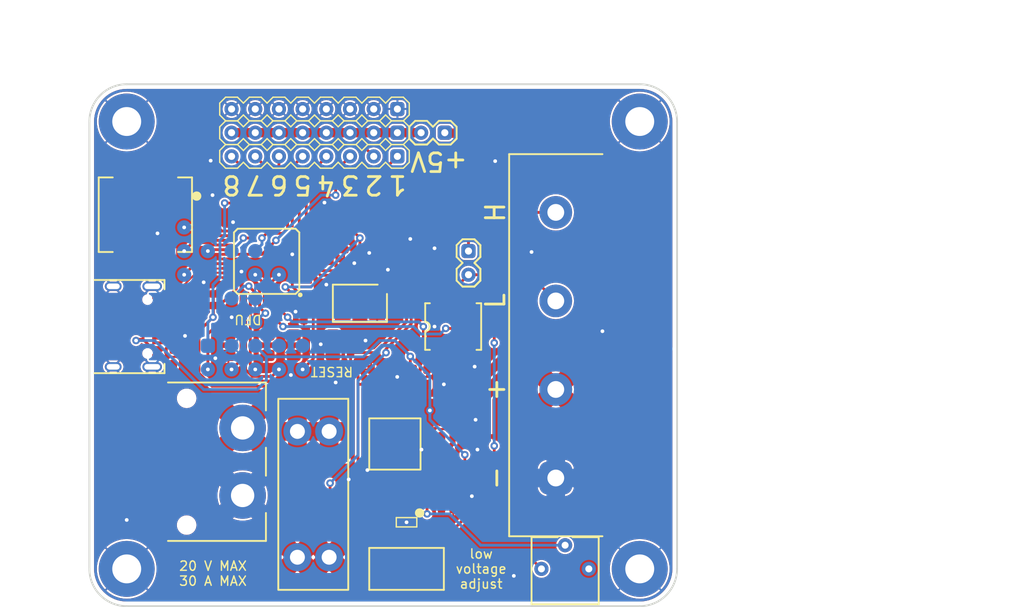
<source format=kicad_pcb>
(kicad_pcb (version 20221018) (generator pcbnew)
  (layers (0 "F.Cu" signal) (31 "B.Cu" signal) (34 "B.Paste" user) (35 "F.Paste" user) (36 "B.SilkS" user "B.Silkscreen") (37 "F.SilkS" user "F.Silkscreen") (38 "B.Mask" user) (39 "F.Mask" user) (44 "Edge.Cuts" user))
  (net 0 "")
  (net 1 "GND")
  (net 2 "3V3")
  (net 3 "/MCU/V_bat")
  (net 4 "Net-(IC4-FB)")
  (net 5 "/Battery")
  (net 6 "Net-(IC2-VDDA)")
  (net 7 "Net-(IC2-OSC_OUT)")
  (net 8 "Net-(IC2-OSC_IN)")
  (net 9 "/MCU/NRST")
  (net 10 "Net-(IC4-BST)")
  (net 11 "Net-(IC4-SW)")
  (net 12 "/MCU/I_bat")
  (net 13 "Net-(IC4-EN)")
  (net 14 "/MCU/TX")
  (net 15 "/MCU/RX")
  (net 16 "Net-(D1-A)")
  (net 17 "/power supply/+")
  (net 18 "/MCU/status")
  (net 19 "Net-(IC3-REF)")
  (net 20 "Net-(IC3-OUT)")
  (net 21 "Net-(CN8-CC2)")
  (net 22 "Net-(CN8-CC1)")
  (net 23 "Net-(CN10-Pad1)")
  (net 24 "/CAN_H")
  (net 25 "Net-(IC5-RS)")
  (net 26 "/MCU/DFU")
  (net 29 "/MCU/CH3")
  (net 30 "/MCU/CH4")
  (net 31 "Net-(IC2-PA4)")
  (net 32 "/MCU/CH5")
  (net 33 "/MCU/CH6")
  (net 34 "/MCU/CH7")
  (net 35 "/MCU/CH8")
  (net 36 "Net-(IC2-PB2)")
  (net 37 "Net-(IC2-PB13)")
  (net 38 "Net-(IC2-PB14)")
  (net 39 "Net-(IC2-PB15)")
  (net 40 "/MCU/CH1")
  (net 41 "/MCU/CH2")
  (net 42 "Net-(IC2-PA10)")
  (net 43 "/MCU/USB_N")
  (net 44 "/MCU/USB_P")
  (net 45 "/MCU/TMS")
  (net 46 "/MCU/TCK")
  (net 47 "/MCU/TDI")
  (net 48 "/MCU/TDO")
  (net 49 "Net-(IC2-PB4)")
  (net 50 "Net-(IC2-PB5)")
  (net 51 "/CAN/CAN_RX")
  (net 52 "/CAN/CAN_TX")
  (net 53 "/Servo VCC")
  (net 55 "/CAN_L")
  (net 56 "5V")
  (net 59 "/MCU/ADDR1")
  (net 60 "/MCU/ADDR2")
  (net 61 "/MCU/ADDR3")
  (net 63 "Net-(CN6-Pad1)")
  (net 67 "Net-(R10-Pad1)")
  (footprint "pin_headers:1x2" (layer "F.Cu") (at 139.64 94.44)
    (fp_text reference "CN10")
    (fp_text value "1x2" hide)
  )
  (footprint "pin_headers:1x8" (layer "F.Cu") (at 124.4 81.74 -90)
    (fp_text reference "CN2" hide)
    (fp_text value "1x8" hide)
  )
  (footprint "SMT:0603" (layer "F.Cu") (at 131 91.5 180)
    (fp_text reference "R1" hide)
    (fp_text value "33k" hide)
  )
  (footprint "SMT:0603" (layer "F.Cu") (at 125.5 89.25)
    (fp_text reference "R16" hide)
    (fp_text value "10R" hide)
  )
  (footprint "SMT:0603" (layer "F.Cu") (at 133.75 116 180)
    (fp_text reference "C21" hide)
    (fp_text value "100n" hide)
  )
  (footprint "SMT:0603" (layer "F.Cu") (at 133 118.5 180)
    (fp_text reference "C8" hide)
    (fp_text value "100n" hide)
  )
  (footprint "SMT:0603" (layer "F.Cu") (at 108 103.25 -90)
    (fp_text reference "R12" hide)
    (fp_text value "5k1" hide)
  )
  (footprint "SMT:0603" (layer "F.Cu") (at 111.5 97.75 180)
    (fp_text reference "C13" hide)
    (fp_text value "4u7" hide)
  )
  (footprint "pin_headers:1x2" (layer "F.Cu") (at 134.56 79.2 -90)
    (fp_text reference "CN7")
    (fp_text value "1x2" hide)
  )
  (footprint "SMT:0603" (layer "F.Cu") (at 131.75 97.5 -90)
    (fp_text reference "C16" hide)
    (fp_text value "22p" hide)
  )
  (footprint "buttons:sw_3x4" (layer "F.Cu") (at 116 102 180)
    (fp_text reference "SW1" hide)
    (fp_text value "switch_3x4" hide)
  )
  (footprint "pin_headers:1x8" (layer "F.Cu") (at 124.4 79.2 -90)
    (fp_text reference "CN3" hide)
    (fp_text value "1x8" hide)
  )
  (footprint "SOT:SOT-23-6" (layer "F.Cu") (at 136.75 115 -90)
    (fp_text reference "IC4" hide)
    (fp_text value "AP62300TWU-7" hide)
  )
  (footprint "PCB:M3" (layer "F.Cu") (at 158 126)
    (fp_text reference "REF**" hide)
    (fp_text value "M3" hide)
  )
  (footprint "SMT:0603" (layer "F.Cu") (at 111.5 96.5 180)
    (fp_text reference "C10" hide)
    (fp_text value "100n" hide)
  )
  (footprint "inductor:5x5" (layer "F.Cu") (at 131.75 112.6 90)
    (fp_text reference "L1" hide)
    (fp_text value "3u3")
  )
  (footprint "SMT:0603" (layer "F.Cu") (at 124.25 97.5 90)
    (fp_text reference "C17" hide)
    (fp_text value "22p" hide)
  )
  (footprint "pin_headers:1x8" (layer "F.Cu") (at 124.4 76.66 -90)
    (fp_text reference "CN4" hide)
    (fp_text value "1x8" hide)
  )
  (footprint "SMT:0603" (layer "F.Cu") (at 140.5 115.75 90)
    (fp_text reference "R8" hide)
    (fp_text value "10k" hide)
  )
  (footprint "SMT:0603" (layer "F.Cu") (at 127 102 -90)
    (fp_text reference "R3" hide)
    (fp_text value "10k" hide)
  )
  (footprint "SMT:0603" (layer "F.Cu") (at 131 93)
    (fp_text reference "R2" hide)
    (fp_text value "167k" hide)
  )
  (footprint "SMT:0603" (layer "F.Cu") (at 136.75 111 -90)
    (fp_text reference "C4" hide)
    (fp_text value "22u" hide)
  )
  (footprint "SMT:0603" (layer "F.Cu") (at 129.2 105.4 90)
    (fp_text reference "C2" hide)
    (fp_text value "1u" hide)
  )
  (footprint "USB:USB4105-GF-A" (layer "F.Cu") (at 101.55 100 -90)
    (fp_text reference "CN8" hide)
    (fp_text value "~" hide)
  )
  (footprint "SMT:0603" (layer "F.Cu") (at 131 88.5)
    (fp_text reference "C22" hide)
    (fp_text value "100n" hide)
  )
  (footprint "SMT:0603" (layer "F.Cu") (at 110 80)
    (fp_text reference "R4" hide)
    (fp_text value "1k" hide)
  )
  (footprint "SMT:0603" (layer "F.Cu") (at 130 119.75 180)
    (fp_text reference "C25" hide)
    (fp_text value "100n" hide)
  )
  (footprint "SMT:0603" (layer "F.Cu") (at 139.64 88.56 90)
    (fp_text reference "R14" hide)
    (fp_text value "120R" hide)
  )
  (footprint "xtal:5x3.2" (layer "F.Cu") (at 128 97.5)
    (fp_text reference "X1" hide)
    (fp_text value "H130B-8.000-18-3030-EXT-TR" hide)
  )
  (footprint "PCB:M3" (layer "F.Cu") (at 103 78)
    (fp_text reference "REF**" hide)
    (fp_text value "M3" hide)
  )
  (footprint "SMT:0603" (layer "F.Cu") (at 108 96.75 90)
    (fp_text reference "R13" hide)
    (fp_text value "5k1" hide)
  )
  (footprint "SMT:0603" (layer "F.Cu") (at 110 78.5)
    (fp_text reference "D1" hide)
    (fp_text value "LED" hide)
  )
  (footprint "SOT:SOT-23-5" (layer "F.Cu") (at 132.2 105.4 180)
    (fp_text reference "IC1" hide)
    (fp_text value "AP2112K-3.3TRG1" hide)
  )
  (footprint "potentiometers:3362P" (layer "F.Cu") (at 150 126)
    (fp_text reference "R10" hide)
    (fp_text value "100k" hide)
  )
  (footprint "buttons:sw_3x4" (layer "F.Cu") (at 123 102 180)
    (fp_text reference "SW2" hide)
    (fp_text value "switch_3x4" hide)
  )
  (footprint "sc70:SC70-6L" (layer "F.Cu") (at 133 121 180)
    (fp_text reference "IC3" hide)
    (fp_text value "INA199B2" hide)
  )
  (footprint "PCB:M3" (layer "F.Cu") (at 103 126)
    (fp_text reference "REF**" hide)
    (fp_text value "M3" hide)
  )
  (footprint "buttons:219-3LPST" (layer "F.Cu") (at 105 88 -90)
    (fp_text reference "SW3" hide)
    (fp_text value "219-3LPST" hide)
  )
  (footprint "connectors:3557-15" (layer "F.Cu") (at 123 118 -90)
    (fp_text reference "F1" hide)
    (fp_text value "F")
  )
  (footprint "SMT:0603" (layer "F.Cu") (at 125.5 90.5)
    (fp_text reference "C15" hide)
    (fp_text value "1u" hide)
  )
  (footprint "SMT:0603" (layer "F.Cu") (at 129.25 117.75 90)
    (fp_text reference "R5" hide)
    (fp_text value "11k" hide)
  )
  (footprint "SMT:0603" (layer "F.Cu") (at 131 87)
    (fp_text reference "R11" hide)
    (fp_text value "10k" hide)
  )
  (footprint "SMT:0603" (layer "F.Cu") (at 138 111 90)
    (fp_text reference "C7" hide)
    (fp_text value "10u" hide)
  )
  (footprint "connectors:YK4410403000G" (layer "F.Cu") (at 149 102 90)
    (fp_text reference "CN5" hide)
    (fp_text value "1x4" hide)
  )
  (footprint "SMT:0603" (layer "F.Cu") (at 138 104.5 180)
    (fp_text reference "C24" hide)
    (fp_text value "100n" hide)
  )
  (footprint "SMT:0603" (layer "F.Cu") (at 130.75 117.75 -90)
    (fp_text reference "R6" hide)
    (fp_text value "22k" hide)
  )
  (footprint "SMT:0603" (layer "F.Cu") (at 138 118.75 90)
    (fp_text reference "R9" hide)
    (fp_text value "56k2" hide)
  )
  (footprint "SMT:0603" (layer "F.Cu") (at 145.5 126 90)
    (fp_text reference "R17" hide)
    (fp_text value "5k2" hide)
  )
  (footprint "connectors:XT60" (layer "F.Cu") (at 115.425 114.5 -90)
    (fp_text reference "CN6" hide)
    (fp_text value "1x2")
  )
  (footprint "SMT:0603" (layer "F.Cu") (at 125.5 93)
    (fp_text reference "C20" hide)
    (fp_text value "100n" hide)
  )
  (footprint "SMT:0603" (layer "F.Cu") (at 131 90)
    (fp_text reference "C3" hide)
    (fp_text value "100n" hide)
  )
  (footprint "SMT:0603" (layer "F.Cu") (at 122 98.5 -90)
    (fp_text reference "C12" hide)
    (fp_text value "100n" hide)
  )
  (footprint "SMT:0603" (layer "F.Cu") (at 125.5 91.75)
    (fp_text reference "C14" hide)
    (fp_text value "10n" hide)
  )
  (footprint "SMT:0603" (layer "F.Cu") (at 136.75 118.75 -90)
    (fp_text reference "C23" hide)
    (fp_text value "100n" hide)
  )
  (footprint "QFP:LQFP-48" (layer "F.Cu") (at 118 93 180)
    (fp_text reference "IC2")
    (fp_text value "STM32f103C8T" hide)
  )
  (footprint "SMT:0603" (layer "F.Cu") (at 115.5 86.75)
    (fp_text reference "C11" hide)
    (fp_text value "100n" hide)
  )
  (footprint "SMT:2512-high-current" (layer "F.Cu") (at 133 126 180)
    (fp_text reference "R7" hide)
    (fp_text value "750uR" hide)
  )
  (footprint "SMT:0603" (layer "F.Cu") (at 135.5 111 -90)
    (fp_text reference "C6" hide)
    (fp_text value "22u" hide)
  )
  (footprint "SMT:0603" (layer "F.Cu") (at 135.2 105.4 90)
    (fp_text reference "C1" hide)
    (fp_text value "1u" hide)
  )
  (footprint "PCB:M3" (layer "F.Cu") (at 158 78)
    (fp_text reference "REF**" hide)
    (fp_text value "M3" hide)
  )
  (footprint "SMT:0603" (layer "F.Cu") (at 136 94.5 -90)
    (fp_text reference "R15" hide)
    (fp_text value "120R" hide)
  )
  (footprint "SMT:0603" (layer "F.Cu") (at 139.25 115.75 -90)
    (fp_text reference "C5" hide)
    (fp_text value "47p" hide)
  )
  (footprint "SOP:SO-8" (layer "F.Cu") (at 138 100 90)
    (fp_text reference "IC5" hide)
    (fp_text value "MCP2551" hide)
  )
  (footprint "PCB:test_point" (layer "B.Cu") (at 114.24 91.9 -90)
    (fp_text reference "TP3" hide)
    (fp_text value "test_point" hide)
  )
  (footprint "PCB:test_point" (layer "B.Cu") (at 119.32 94.44 90)
    (fp_text reference "TP12" hide)
    (fp_text value "test_point" hide)
  )
  (footprint "pin_headers:2x5_test_points" (layer "B.Cu") (at 111.7 102.06 -90)
    (fp_text reference "CN9")
    (fp_text value "2x5" hide)
  )
  (footprint "PCB:test_point" (layer "B.Cu") (at 116.78 99.52 -90)
    (fp_text reference "TP5" hide)
    (fp_text value "test_point" hide)
  )
  (footprint "PCB:test_point" (layer "B.Cu") (at 109.16 91.9 -90)
    (fp_text reference "TP7" hide)
    (fp_text value "test_point" hide)
  )
  (footprint "PCB:test_point" (layer "B.Cu") (at 109.16 94.44 -90)
    (fp_text reference "TP2" hide)
    (fp_text value "test_point" hide)
  )
  (footprint "PCB:test_point" (layer "B.Cu") (at 116.78 94.44 90)
    (fp_text reference "TP13" hide)
    (fp_text value "test_point" hide)
  )
  (footprint "PCB:test_point" (layer "B.Cu") (at 111.7 91.9 -90)
    (fp_text reference "TP8" hide)
    (fp_text value "test_point" hide)
  )
  (footprint "PCB:test_point" (layer "B.Cu") (at 109.16 89.36 -90)
    (fp_text reference "TP6" hide)
    (fp_text value "test_point" hide)
  )
  (footprint "PCB:test_point" (layer "B.Cu") (at 116.78 91.9 -90)
    (fp_text reference "TP1" hide)
    (fp_text value "test_point" hide)
  )
  (footprint "PCB:test_point" (layer "B.Cu") (at 116.78 96.98 90)
    (fp_text reference "TP14" hide)
    (fp_text value "test_point" hide)
  )
  (footprint "PCB:test_point" (layer "B.Cu") (at 114.24 96.98 -90)
    (fp_text reference "TP4" hide)
    (fp_text value "test_point" hide)
  )
  (gr_arc (start 99.000001 78.000001) (mid 100.171574 75.171574) (end 103.000001 74.000001) (stroke (width 0.2)) (layer "Edge.Cuts"))
  (gr_line (start 103.000001 74.000001) (end 158 74) (stroke (width 0.2)) (layer "Edge.Cuts"))
  (gr_line (start 162 78) (end 162 126) (stroke (width 0.2)) (layer "Edge.Cuts"))
  (gr_line (start 158 130) (end 103.000001 129.999999) (stroke (width 0.2)) (layer "Edge.Cuts"))
  (gr_arc (start 103.000001 129.999999) (mid 100.171574 128.828426) (end 99.000001 125.999999) (stroke (width 0.2)) (layer "Edge.Cuts"))
  (gr_line (start 99.000001 125.999999) (end 99.000001 78.000001) (stroke (width 0.2)) (layer "Edge.Cuts"))
  (gr_arc (start 158 74) (mid 160.828427 75.171573) (end 162 78) (stroke (width 0.2)) (layer "Edge.Cuts"))
  (gr_arc (start 162 126) (mid 160.828427 128.828427) (end 158 130) (stroke (width 0.2)) (layer "Edge.Cuts"))
  (gr_text "7" (at 116.78 83.645 180) (layer "F.SilkS") (effects (font (size 2 2) (thickness 0.3)) (justify bottom)))
  (gr_text "1" (at 132.02 83.645 180) (layer "F.SilkS") (effects (font (size 2 2) (thickness 0.3)) (justify bottom)))
  (gr_text "3" (at 126.94 83.645 180) (layer "F.SilkS") (effects (font (size 2 2) (thickness 0.3)) (justify bottom)))
  (gr_text "20 V MAX\n30 A MAX" (at 112.25 126.5) (layer "F.SilkS") (effects (font (size 1 1))))
  (gr_text "-" (at 143.7 116.25 90) (layer "F.SilkS") (effects (font (size 2 2) (thickness 0.3)) (justify bottom)))
  (gr_text "L" (at 143.7 97.25 90) (layer "F.SilkS") (effects (font (size 2 2) (thickness 0.3)) (justify bottom)))
  (gr_text "5" (at 121.86 83.645 180) (layer "F.SilkS") (effects (font (size 2 2) (thickness 0.3)) (justify bottom)))
  (gr_text "+5V" (at 136.465 81.105 180) (layer "F.SilkS") (effects (font (size 2 2) (thickness 0.3)) (justify bottom)))
  (gr_text "6" (at 119.32 83.645 180) (layer "F.SilkS") (effects (font (size 2 2) (thickness 0.3)) (justify bottom)))
  (gr_text "RESET" (at 125 104.25 180) (layer "F.SilkS") (effects (font (size 1 1)) (justify bottom)))
  (gr_text "8" (at 114.24 83.645 180) (layer "F.SilkS") (effects (font (size 2 2) (thickness 0.3)) (justify bottom)))
  (gr_text "low\nvoltage\nadjust" (at 141 126) (layer "F.SilkS") (effects (font (size 1 1))))
  (gr_text "+" (at 143.7 106.75 90) (layer "F.SilkS") (effects (font (size 2 2) (thickness 0.3)) (justify bottom)))
  (gr_text "2" (at 129.48 83.645 180) (layer "F.SilkS") (effects (font (size 2 2) (thickness 0.3)) (justify bottom)))
  (gr_text "DFU" (at 116 99.25 180) (layer "F.SilkS") (effects (font (size 1 1))))
  (gr_text "4" (at 124.4 83.645 180) (layer "F.SilkS") (effects (font (size 2 2) (thickness 0.3)) (justify bottom)))
  (gr_text "H" (at 143.7 87.75 90) (layer "F.SilkS") (effects (font (size 2 2) (thickness 0.3)) (justify bottom)))
  (segment (start 145.5 126.8) (end 144.55 126.8) (width 0.3) (layer "F.Cu") (net 1))
  (segment (start 115.75 87.3) (end 116.3 86.75) (width 0.3) (layer "F.Cu") (net 1))
  (segment (start 120.25 97.25) (end 120.25 98) (width 0.3) (layer "F.Cu") (net 1))
  (segment (start 115.75 88.75) (end 115.75 87.3) (width 0.3) (layer "F.Cu") (net 1))
  (segment (start 113.75 95.25) (end 112.5 95.25) (width 0.3) (layer "F.Cu") (net 1))
  (segment (start 122.25 92.25) (end 120.75 92.25) (width 0.3) (layer "F.Cu") (net 1))
  (segment (start 120.25 98) (end 120.5 98.25) (width 0.3) (layer "F.Cu") (net 1))
  (via (at 114.25 99) (size 0.8) (drill 0.4) (layers "F.Cu" "B.Cu") (net 1))
  (via (at 103 120.75) (size 0.8) (drill 0.4) (layers "F.Cu" "B.Cu") (net 1))
  (via (at 109.25 101) (size 0.8) (drill 0.4) (layers "F.Cu" "B.Cu") (net 1))
  (via (at 112.2 85.9) (size 0.8) (drill 0.4) (layers "F.Cu" "B.Cu") (net 1))
  (via (at 142.5 82.25) (size 0.8) (drill 0.4) (layers "F.Cu" "B.Cu") (net 1))
  (via (at 136 100) (size 0.8) (drill 0.4) (layers "F.Cu" "B.Cu") (net 1))
  (via (at 140.4 110) (size 0.8) (drill 0.4) (layers "F.Cu" "B.Cu") (net 1))
  (via (at 129 92.1) (size 0.8) (drill 0.4) (layers "F.Cu" "B.Cu") (net 1))
  (via (at 123.8 101.9) (size 0.8) (drill 0.4) (layers "F.Cu" "B.Cu") (net 1))
  (via (at 154 100.5) (size 0.8) (drill 0.4) (layers "F.Cu" "B.Cu") (net 1))
  (via (at 112 82.2) (size 0.8) (drill 0.4) (layers "F.Cu" "B.Cu") (net 1))
  (via (at 121.1 98.4) (size 0.8) (drill 0.4) (layers "F.Cu" "B.Cu") (net 1))
  (via (at 128.8 115.4) (size 0.8) (drill 0.4) (layers "F.Cu" "B.Cu") (net 1))
  (via (at 131 93.9) (size 0.8) (drill 0.4) (layers "F.Cu" "B.Cu") (net 1))
  (via (at 127.4 93.2) (size 0.8) (drill 0.4) (layers "F.Cu" "B.Cu") (net 1))
  (via (at 140 118.2) (size 0.8) (drill 0.4) (layers "F.Cu" "B.Cu") (net 1))
  (via (at 124.4 95.5) (size 0.8) (drill 0.4) (layers "F.Cu" "B.Cu") (net 1))
  (via (at 124.2 86.7) (size 0.8) (drill 0.4) (layers "F.Cu" "B.Cu") (net 1))
  (via (at 126.8 116.4) (size 0.8) (drill 0.4) (layers "F.Cu" "B.Cu") (net 1))
  (via (at 133.4 90.6) (size 0.8) (drill 0.4) (layers "F.Cu" "B.Cu") (net 1))
  (via (at 111.25 95.25) (size 0.8) (drill 0.4) (layers "F.Cu" "B.Cu") (net 1))
  (via (at 144.5 126.75) (size 0.8) (drill 0.4) (layers "F.Cu" "B.Cu") (net 1))
  (via (at 132 105.4) (size 0.8) (drill 0.4) (layers "F.Cu" "B.Cu") (net 1))
  (via (at 115.3 94.1) (size 0.8) (drill 0.4) (layers "F.Cu" "B.Cu") (net 1))
  (via (at 140.3 104.3) (size 0.8) (drill 0.4) (layers "F.Cu" "B.Cu") (net 1))
  (via (at 120.75 92.25) (size 0.8) (drill 0.4) (layers "F.Cu" "B.Cu") (net 1))
  (via (at 146.4 92) (size 0.8) (drill 0.4) (layers "F.Cu" "B.Cu") (net 1))
  (via (at 128.6 101.5) (size 0.8) (drill 0.4) (layers "F.Cu" "B.Cu") (net 1))
  (via (at 136 91.6) (size 0.8) (drill 0.4) (layers "F.Cu" "B.Cu") (net 1))
  (via (at 106.3 90) (size 0.8) (drill 0.4) (layers "F.Cu" "B.Cu") (net 1))
  (via (at 114.4 88.8) (size 0.8) (drill 0.4) (layers "F.Cu" "B.Cu") (net 1))
  (via (at 125.4 106) (size 0.8) (drill 0.4) (layers "F.Cu" "B.Cu") (net 1))
  (via (at 140.6 113.2) (size 0.8) (drill 0.4) (layers "F.Cu" "B.Cu") (net 1))
  (via (at 120.6 105.2) (size 0.8) (drill 0.4) (layers "F.Cu" "B.Cu") (net 1))
  (via (at 133 121) (size 0.8) (drill 0.4) (layers "F.Cu" "B.Cu") (net 1))
  (via (at 137 106.2) (size 0.8) (drill 0.4) (layers "F.Cu" "B.Cu") (net 1))
  (via (at 134.6 113.2) (size 0.8) (drill 0.4) (layers "F.Cu" "B.Cu") (net 1))
  (via (at 112.5 103.4) (size 0.8) (drill 0.4) (layers "F.Cu" "B.Cu") (net 1))
  (segment (start 130.8 120.45) (end 130.25 121) (width 0.3) (layer "F.Cu") (net 2))
  (segment (start 115.25 87.3) (end 114.7 86.75) (width 0.3) (layer "F.Cu") (net 2))
  (segment (start 120.75 96.5) (end 120.75 97.25) (width 0.3) (layer "F.Cu") (net 2))
  (segment (start 130.8 120) (end 132.25 120) (width 0.3) (layer "F.Cu") (net 2))
  (segment (start 123.35 106.4) (end 124.75 105) (width 0.3) (layer "F.Cu") (net 2))
  (segment (start 129.7 102.8) (end 133 99.5) (width 0.3) (layer "F.Cu") (net 2))
  (segment (start 127.8 105.3) (end 127.5 105) (width 0.3) (layer "F.Cu") (net 2))
  (segment (start 130.25 121) (end 128.5 121) (width 0.3) (layer "F.Cu") (net 2))
  (segment (start 130.8 120) (end 130.8 120.45) (width 0.3) (layer "F.Cu") (net 2))
  (segment (start 120.75 97.25) (end 121.55 97.25) (width 0.25) (layer "F.Cu") (net 2))
  (segment (start 130.8 120) (end 130.8 118.85) (width 0.3) (layer "F.Cu") (net 2))
  (segment (start 127.8 106.2) (end 127.8 105.3) (width 0.3) (layer "F.Cu") (net 2))
  (segment (start 114.7 86.75) (end 113.5 86.75) (width 0.3) (layer "F.Cu") (net 2))
  (segment (start 124.75 105) (end 127 105) (width 0.3) (layer "F.Cu") (net 2))
  (segment (start 127.5 89.75) (end 127.5 90) (width 0.3) (layer "F.Cu") (net 2))
  (segment (start 112.3 97.75) (end 112.3 98.95) (width 0.3) (layer "F.Cu") (net 2))
  (segment (start 112.15 106.4) (end 123.35 106.4) (width 0.3) (layer "F.Cu") (net 2))
  (segment (start 110.75 105) (end 112.15 106.4) (width 0.3) (layer "F.Cu") (net 2))
  (segment (start 113.05 95.75) (end 112.3 96.5) (width 0.3) (layer "F.Cu") (net 2))
  (segment (start 112.25 99) (end 110.75 100.5) (width 0.3) (layer "F.Cu") (net 2))
  (segment (start 121.55 97.25) (end 122 97.7) (width 0.25) (layer "F.Cu") (net 2))
  (segment (start 112.3 98.95) (end 112.25 99) (width 0.3) (layer "F.Cu") (net 2))
  (segment (start 128.5 121) (end 127.8 120.3) (width 0.3) (layer "F.Cu") (net 2))
  (segment (start 127 89.25) (end 127.5 89.75) (width 0.3) (layer "F.Cu") (net 2))
  (segment (start 132.25 120) (end 132.35 119.9) (width 0.3) (layer "F.Cu") (net 2))
  (segment (start 120 95.75) (end 120.75 96.5) (width 0.3) (layer "F.Cu") (net 2))
  (segment (start 127.5 105) (end 127 105) (width 0.3) (layer "F.Cu") (net 2))
  (segment (start 133 99.5) (end 133 95.3) (width 0.3) (layer "F.Cu") (net 2))
  (segment (start 129.35 106.35) (end 129.2 106.2) (width 0.3) (layer "F.Cu") (net 2))
  (segment (start 129.2 106.2) (end 127.8 106.2) (width 0.3) (layer "F.Cu") (net 2))
  (segment (start 128 92.75) (end 128 90.5) (width 0.3) (layer "F.Cu") (net 2))
  (segment (start 127 105) (end 127 102.8) (width 0.3) (layer "F.Cu") (net 2))
  (segment (start 133 95.3) (end 132.4 94.7) (width 0.3) (layer "F.Cu") (net 2))
  (segment (start 127.5 90) (end 128 90.5) (width 0.3) (layer "F.Cu") (net 2))
  (segment (start 112.3 96.5) (end 112.3 97.75) (width 0.3) (layer "F.Cu") (net 2))
  (segment (start 126.3 89.25) (end 127 89.25) (width 0.3) (layer "F.Cu") (net 2))
  (segment (start 129.95 94.7) (end 128 92.75) (width 0.3) (layer "F.Cu") (net 2))
  (segment (start 127.8 120.3) (end 127.8 106.2) (width 0.3) (layer "F.Cu") (net 2))
  (segment (start 127 102.8) (end 129.7 102.8) (width 0.3) (layer "F.Cu") (net 2))
  (segment (start 132.4 94.7) (end 129.95 94.7) (width 0.3) (layer "F.Cu") (net 2))
  (segment (start 130.8 118.85) (end 130.75 118.8) (width 0.3) (layer "F.Cu") (net 2))
  (segment (start 131 106.35) (end 129.35 106.35) (width 0.3) (layer "F.Cu") (net 2))
  (segment (start 115.25 88.75) (end 115.25 87.3) (width 0.3) (layer "F.Cu") (net 2))
  (segment (start 113.75 95.75) (end 113.05 95.75) (width 0.3) (layer "F.Cu") (net 2))
  (segment (start 110.75 100.5) (end 110.75 105) (width 0.3) (layer "F.Cu") (net 2))
  (via (at 113.5 86.75) (size 0.8) (drill 0.4) (layers "F.Cu" "B.Cu") (net 2))
  (via (at 112.25 99) (size 0.8) (drill 0.4) (layers "F.Cu" "B.Cu") (net 2))
  (via (at 120 95.75) (size 0.8) (drill 0.4) (layers "F.Cu" "B.Cu") (net 2))
  (via (at 128 90.5) (size 0.8) (drill 0.4) (layers "F.Cu" "B.Cu") (net 2))
  (segment (start 120 95.75) (end 122.75 95.75) (width 0.3) (layer "B.Cu") (net 2))
  (segment (start 112.25 99) (end 111.7 99.55) (width 0.3) (layer "B.Cu") (net 2))
  (segment (start 112.25 95.5) (end 112.25 99) (width 0.3) (layer "B.Cu") (net 2))
  (segment (start 113.5 86.75) (end 113.5 90.25) (width 0.3) (layer "B.Cu") (net 2))
  (segment (start 122.75 95.75) (end 128 90.5) (width 0.3) (layer "B.Cu") (net 2))
  (segment (start 113 90.75) (end 113 94.75) (width 0.3) (layer "B.Cu") (net 2))
  (segment (start 113.5 90.25) (end 113 90.75) (width 0.3) (layer "B.Cu") (net 2))
  (segment (start 111.7 99.55) (end 111.7 102.06) (width 0.3) (layer "B.Cu") (net 2))
  (segment (start 113 94.75) (end 112.25 95.5) (width 0.3) (layer "B.Cu") (net 2))
  (segment (start 129.25 90) (end 130.2 90) (width 0.3) (layer "F.Cu") (net 3))
  (segment (start 130.2 91.5) (end 130.2 90) (width 0.25) (layer "F.Cu") (net 3))
  (segment (start 123.8 88.7) (end 124.45 88.05) (width 0.3) (layer "F.Cu") (net 3))
  (segment (start 130.2 93) (end 130.2 91.5) (width 0.25) (layer "F.Cu") (net 3))
  (segment (start 123.32071 91.25) (end 123.8 90.77071) (width 0.3) (layer "F.Cu") (net 3))
  (segment (start 122.25 91.25) (end 123.32071 91.25) (width 0.3) (layer "F.Cu") (net 3))
  (segment (start 123.8 90.77071) (end 123.8 88.7) (width 0.3) (layer "F.Cu") (net 3))
  (segment (start 127.3 88.05) (end 129.25 90) (width 0.3) (layer "F.Cu") (net 3))
  (segment (start 124.45 88.05) (end 127.3 88.05) (width 0.3) (layer "F.Cu") (net 3))
  (segment (start 138 117.95) (end 137.75 117.7) (width 0.3) (layer "F.Cu") (net 4))
  (segment (start 140.5 116.55) (end 139.25 116.55) (width 0.3) (layer "F.Cu") (net 4))
  (segment (start 137.75 117.7) (end 137.75 116.25) (width 0.3) (layer "F.Cu") (net 4))
  (segment (start 139.25 116.55) (end 138.05 116.55) (width 0.3) (layer "F.Cu") (net 4))
  (segment (start 138 112.5) (end 138 111.8) (width 0.5) (layer "F.Cu") (net 5))
  (segment (start 137.7 112.8) (end 138 112.5) (width 0.5) (layer "F.Cu") (net 5))
  (segment (start 133 124.035) (end 134.965 126) (width 0.3) (layer "F.Cu") (net 5))
  (segment (start 133 122.1) (end 133 124.035) (width 0.3) (layer "F.Cu") (net 5))
  (segment (start 149 106.75) (end 143.95 111.8) (width 0.5) (layer "F.Cu") (net 5))
  (segment (start 137.7 113.8) (end 137.7 112.8) (width 0.5) (layer "F.Cu") (net 5))
  (segment (start 143.95 111.8) (end 138 111.8) (width 0.5) (layer "F.Cu") (net 5))
  (segment (start 124.7 90.5) (end 124.7 89.25) (width 0.3) (layer "F.Cu") (net 6))
  (segment (start 122.25 91.75) (end 124.7 91.75) (width 0.3) (layer "F.Cu") (net 6))
  (segment (start 124.7 91.75) (end 124.7 90.5) (width 0.3) (layer "F.Cu") (net 6))
  (segment (start 123.972538 94) (end 123.222538 93.25) (width 0.3) (layer "F.Cu") (net 7))
  (segment (start 130.15 96.7) (end 129.85 96.4) (width 0.3) (layer "F.Cu") (net 7))
  (segment (start 128.525 96.4) (end 128.25 96.125) (width 0.3) (layer "F.Cu") (net 7))
  (segment (start 129.85 96.4) (end 128.525 96.4) (width 0.3) (layer "F.Cu") (net 7))
  (segment (start 128.25 94.75) (end 127.5 94) (width 0.3) (layer "F.Cu") (net 7))
  (segment (start 131.75 96.7) (end 130.15 96.7) (width 0.3) (layer "F.Cu") (net 7))
  (segment (start 127.5 94) (end 123.972538 94) (width 0.3) (layer "F.Cu") (net 7))
  (segment (start 123.222538 93.25) (end 122.25 93.25) (width 0.3) (layer "F.Cu") (net 7))
  (segment (start 128.25 96.125) (end 128.25 94.75) (width 0.3) (layer "F.Cu") (net 7))
  (segment (start 122.25 93.75) (end 123.015432 93.75) (width 0.3) (layer "F.Cu") (net 8))
  (segment (start 127.25 94.5) (end 127.75 95) (width 0.3) (layer "F.Cu") (net 8))
  (segment (start 124.25 98.3) (end 125.85 98.3) (width 0.3) (layer "F.Cu") (net 8))
  (segment (start 123.765432 94.5) (end 127.25 94.5) (width 0.3) (layer "F.Cu") (net 8))
  (segment (start 127.4 98.6) (end 126.15 98.6) (width 0.3) (layer "F.Cu") (net 8))
  (segment (start 127.75 95) (end 127.75 98.25) (width 0.3) (layer "F.Cu") (net 8))
  (segment (start 125.85 98.3) (end 126.15 98.6) (width 0.3) (layer "F.Cu") (net 8))
  (segment (start 127.75 98.25) (end 127.4 98.6) (width 0.3) (layer "F.Cu") (net 8))
  (segment (start 123.015432 93.75) (end 123.765432 94.5) (width 0.3) (layer "F.Cu") (net 8))
  (segment (start 123 103.46) (end 121.86 104.6) (width 0.3) (layer "F.Cu") (net 9))
  (segment (start 127 101.2) (end 126.45 101.2) (width 0.3) (layer "F.Cu") (net 9))
  (segment (start 120.75 95.7) (end 121.3 96.25) (width 0.3) (layer "F.Cu") (net 9))
  (segment (start 124 93) (end 123.75 92.75) (width 0.3) (layer "F.Cu") (net 9))
  (segment (start 122.25 92.75) (end 121.5 92.75) (width 0.3) (layer "F.Cu") (net 9))
  (segment (start 122.25 96.25) (end 123 97) (width 0.3) (layer "F.Cu") (net 9))
  (segment (start 121.5 92.75) (end 120.75 93.5) (width 0.3) (layer "F.Cu") (net 9))
  (segment (start 123 100.9) (end 123 103.46) (width 0.3) (layer "F.Cu") (net 9))
  (segment (start 124.15 100.9) (end 123 100.9) (width 0.3) (layer "F.Cu") (net 9))
  (segment (start 123.75 92.75) (end 122.25 92.75) (width 0.3) (layer "F.Cu") (net 9))
  (segment (start 124 93) (end 124.7 93) (width 0.3) (layer "F.Cu") (net 9))
  (segment (start 123 97) (end 123 100.9) (width 0.3) (layer "F.Cu") (net 9))
  (segment (start 126.15 100.9) (end 125.1 100.9) (width 0.3) (layer "F.Cu") (net 9))
  (segment (start 126.45 101.2) (end 126.15 100.9) (width 0.3) (layer "F.Cu") (net 9))
  (segment (start 120.75 93.5) (end 120.75 95.7) (width 0.3) (layer "F.Cu") (net 9))
  (segment (start 121.3 96.25) (end 122.25 96.25) (width 0.3) (layer "F.Cu") (net 9))
  (segment (start 124.15 100.9) (end 125.1 100.9) (width 0.3) (layer "F.Cu") (net 9))
  (via (at 121.86 104.6) (size 0.8) (drill 0.4) (layers "F.Cu" "B.Cu") (net 9))
  (segment (start 134.55 116) (end 134.75 116.2) (width 0.25) (layer "F.Cu") (net 10))
  (segment (start 134.75 116.2) (end 135.8 116.2) (width 0.25) (layer "F.Cu") (net 10))
  (segment (start 132.95 116) (end 132.95 115.15) (width 0.3) (layer "F.Cu") (net 11))
  (segment (start 134.708059 115) (end 134.108059 114.4) (width 0.5) (layer "F.Cu") (net 11))
  (segment (start 134.108059 114.4) (end 131.75 114.4) (width 0.5) (layer "F.Cu") (net 11))
  (segment (start 136.75 114.75) (end 136.5 115) (width 0.5) (layer "F.Cu") (net 11))
  (segment (start 136.75 113.8) (end 136.75 114.75) (width 0.5) (layer "F.Cu") (net 11))
  (segment (start 132.95 115.15) (end 132.2 114.4) (width 0.3) (layer "F.Cu") (net 11))
  (segment (start 132.2 114.4) (end 131.75 114.4) (width 0.3) (layer "F.Cu") (net 11))
  (segment (start 136.5 115) (end 134.708059 115) (width 0.5) (layer "F.Cu") (net 11))
  (segment (start 123.3 90.563604) (end 123.3 88.492894) (width 0.3) (layer "F.Cu") (net 12))
  (segment (start 123.3 88.492894) (end 124.242894 87.55) (width 0.3) (layer "F.Cu") (net 12))
  (segment (start 130.2 88.5) (end 130.2 87) (width 0.25) (layer "F.Cu") (net 12))
  (segment (start 123.113604 90.75) (end 123.3 90.563604) (width 0.3) (layer "F.Cu") (net 12))
  (segment (start 122.25 90.75) (end 123.113604 90.75) (width 0.3) (layer "F.Cu") (net 12))
  (segment (start 128.636396 88.5) (end 130.2 88.5) (width 0.3) (layer "F.Cu") (net 12))
  (segment (start 124.242894 87.55) (end 127.686396 87.55) (width 0.3) (layer "F.Cu") (net 12))
  (segment (start 127.686396 87.55) (end 128.636396 88.5) (width 0.3) (layer "F.Cu") (net 12))
  (segment (start 135.2 120.1) (end 135.2 118.8) (width 0.3) (layer "F.Cu") (net 13))
  (segment (start 136.75 117.95) (end 136.75 116.2) (width 0.3) (layer "F.Cu") (net 13))
  (segment (start 136.05 117.95) (end 136.75 117.95) (width 0.3) (layer "F.Cu") (net 13))
  (segment (start 135.2 118.8) (end 136.05 117.95) (width 0.3) (layer "F.Cu") (net 13))
  (via (at 135.2 120.1) (size 0.8) (drill 0.4) (layers "F.Cu" "B.Cu") (net 13))
  (segment (start 137.6 120.1) (end 140.96 123.46) (width 0.3) (layer "B.Cu") (net 13))
  (segment (start 135.2 120.1) (end 137.6 120.1) (width 0.3) (layer "B.Cu") (net 13))
  (segment (start 140.96 123.46) (end 150 123.46) (width 0.3) (layer "B.Cu") (net 13))
  (segment (start 118.25 97.25) (end 118.25 95.51) (width 0.3) (layer "F.Cu") (net 14))
  (segment (start 118.25 95.51) (end 119.32 94.44) (width 0.3) (layer "F.Cu") (net 14))
  (via (at 119.32 94.44) (size 0.8) (drill 0.4) (layers "F.Cu" "B.Cu") (net 14))
  (segment (start 117.75 97.25) (end 117.75 95.41) (width 0.3) (layer "F.Cu") (net 15))
  (segment (start 117.75 95.41) (end 116.78 94.44) (width 0.3) (layer "F.Cu") (net 15))
  (via (at 116.78 94.44) (size 0.8) (drill 0.4) (layers "F.Cu" "B.Cu") (net 15))
  (segment (start 109.2 80) (end 109.2 78.5) (width 0.2) (layer "F.Cu") (net 16))
  (segment (start 132.2 94.2) (end 132.607107 94.2) (width 0.3) (layer "F.Cu") (net 17))
  (segment (start 132.607107 94.2) (end 133.5 95.092893) (width 0.3) (layer "F.Cu") (net 17))
  (segment (start 131.8 93) (end 131.8 93.8) (width 0.3) (layer "F.Cu") (net 17))
  (segment (start 133.5 95.092893) (end 133.5 99.707106) (width 0.3) (layer "F.Cu") (net 17))
  (segment (start 133.5 99.707106) (end 130.8 102.407106) (width 0.3) (layer "F.Cu") (net 17))
  (segment (start 132.35 122.1) (end 132.35 124.685) (width 0.3) (layer "F.Cu") (net 17))
  (segment (start 130.8 102.407106) (end 130.8 102.8) (width 0.3) (layer "F.Cu") (net 17))
  (segment (start 132.35 124.685) (end 131.035 126) (width 0.3) (layer "F.Cu") (net 17))
  (segment (start 131.8 93.8) (end 132.2 94.2) (width 0.3) (layer "F.Cu") (net 17))
  (segment (start 124.8 116.8) (end 124.8 121.6) (width 0.3) (layer "F.Cu") (net 17))
  (via (at 130.8 102.8) (size 0.8) (drill 0.4) (layers "F.Cu" "B.Cu") (net 17))
  (via (at 124.8 116.8) (size 0.8) (drill 0.4) (layers "F.Cu" "B.Cu") (net 17))
  (segment (start 124.8 116.8) (end 127.8 113.8) (width 0.3) (layer "B.Cu") (net 17))
  (segment (start 127.8 113.8) (end 127.8 105.8) (width 0.3) (layer "B.Cu") (net 17))
  (segment (start 127.8 105.8) (end 130.8 102.8) (width 0.3) (layer "B.Cu") (net 17))
  (segment (start 123 82.5) (end 119.75 85.75) (width 0.3) (layer "F.Cu") (net 18))
  (segment (start 119.75 85.75) (end 119.75 88.75) (width 0.3) (layer "F.Cu") (net 18))
  (segment (start 113.779394 80.312) (end 122.372948 80.312) (width 0.3) (layer "F.Cu") (net 18))
  (segment (start 123 80.939052) (end 123 82.5) (width 0.3) (layer "F.Cu") (net 18))
  (segment (start 110.8 80) (end 111.062 80.262) (width 0.3) (layer "F.Cu") (net 18))
  (segment (start 122.372948 80.312) (end 123 80.939052) (width 0.3) (layer "F.Cu") (net 18))
  (segment (start 113.729394 80.262) (end 113.779394 80.312) (width 0.3) (layer "F.Cu") (net 18))
  (segment (start 111.062 80.262) (end 113.729394 80.262) (width 0.3) (layer "F.Cu") (net 18))
  (segment (start 130.75 116.95) (end 129.25 116.95) (width 0.3) (layer "F.Cu") (net 19))
  (segment (start 133.65 118.65) (end 133.8 118.5) (width 0.3) (layer "F.Cu") (net 19))
  (segment (start 133.8 117.8) (end 133.2 117.2) (width 0.3) (layer "F.Cu") (net 19))
  (segment (start 133.65 119.9) (end 133.65 118.65) (width 0.3) (layer "F.Cu") (net 19))
  (segment (start 133.8 118.5) (end 133.8 117.8) (width 0.3) (layer "F.Cu") (net 19))
  (segment (start 131.45 116.95) (end 130.75 116.95) (width 0.3) (layer "F.Cu") (net 19))
  (segment (start 133.2 117.2) (end 131.7 117.2) (width 0.3) (layer "F.Cu") (net 19))
  (segment (start 131.7 117.2) (end 131.45 116.95) (width 0.3) (layer "F.Cu") (net 19))
  (segment (start 134.6 88.4) (end 133.2 87) (width 0.3) (layer "F.Cu") (net 20))
  (segment (start 140.6 99) (end 135.6 99) (width 0.3) (layer "F.Cu") (net 20))
  (segment (start 139.2 120.6) (end 142.4 117.4) (width 0.3) (layer "F.Cu") (net 20))
  (segment (start 137.7 122.1) (end 139.2 120.6) (width 0.3) (layer "F.Cu") (net 20))
  (segment (start 134.6 98) (end 134.6 88.4) (width 0.3) (layer "F.Cu") (net 20))
  (segment (start 133.65 122.1) (end 137.7 122.1) (width 0.3) (layer "F.Cu") (net 20))
  (segment (start 133.2 87) (end 131.8 87) (width 0.3) (layer "F.Cu") (net 20))
  (segment (start 142.4 117.4) (end 142.4 112.8) (width 0.3) (layer "F.Cu") (net 20))
  (segment (start 142.4 101.75) (end 142.4 100.8) (width 0.3) (layer "F.Cu") (net 20))
  (segment (start 142.4 100.8) (end 140.6 99) (width 0.3) (layer "F.Cu") (net 20))
  (segment (start 135.6 99) (end 134.6 98) (width 0.3) (layer "F.Cu") (net 20))
  (via (at 142.4 112.8) (size 0.8) (drill 0.4) (layers "F.Cu" "B.Cu") (net 20))
  (via (at 142.4 101.75) (size 0.8) (drill 0.4) (layers "F.Cu" "B.Cu") (net 20))
  (segment (start 142.4 112.8) (end 142.4 101.75) (width 0.3) (layer "B.Cu") (net 20))
  (segment (start 107.975 102.45) (end 108 102.45) (width 0.3) (layer "F.Cu") (net 21))
  (segment (start 107.275 101.75) (end 107.975 102.45) (width 0.3) (layer "F.Cu") (net 21))
  (segment (start 106.305 101.75) (end 107.275 101.75) (width 0.3) (layer "F.Cu") (net 21))
  (segment (start 107.5 98.75) (end 108 98.25) (width 0.3) (layer "F.Cu") (net 22))
  (segment (start 106.305 98.75) (end 107.5 98.75) (width 0.3) (layer "F.Cu") (net 22))
  (segment (start 108 98.25) (end 108 97.55) (width 0.3) (layer "F.Cu") (net 22))
  (segment (start 139.64 91.9) (end 139.64 89.36) (width 0.3) (layer "F.Cu") (net 23))
  (segment (start 137.365 89.385) (end 138.99 87.76) (width 0.3) (layer "F.Cu") (net 24))
  (segment (start 139.64 87.76) (end 139.65 87.75) (width 0.3) (layer "F.Cu") (net 24))
  (segment (start 137.365 97.3) (end 137.365 89.385) (width 0.3) (layer "F.Cu") (net 24))
  (segment (start 138.99 87.76) (end 139.64 87.76) (width 0.3) (layer "F.Cu") (net 24))
  (segment (start 139.65 87.75) (end 149 87.75) (width 0.3) (layer "F.Cu") (net 24))
  (segment (start 136.095 97.3) (end 136.095 95.395) (width 0.3) (layer "F.Cu") (net 25))
  (segment (start 136.095 95.395) (end 136 95.3) (width 0.3) (layer "F.Cu") (net 25))
  (segment (start 118.1 99.4) (end 118.1 100.9) (width 0.3) (layer "F.Cu") (net 26))
  (segment (start 118.75 98.75) (end 118.1 99.4) (width 0.3) (layer "F.Cu") (net 26))
  (segment (start 118.75 97.25) (end 118.75 98.75) (width 0.3) (layer "F.Cu") (net 26))
  (segment (start 126.94 81.767106) (end 126.94 81.74) (width 0.3) (layer "F.Cu") (net 29))
  (segment (start 122.25 90.25) (end 122.25 86.457106) (width 0.3) (layer "F.Cu") (net 29))
  (segment (start 122.25 86.457106) (end 126.94 81.767106) (width 0.3) (layer "F.Cu") (net 29))
  (segment (start 120.75 88.75) (end 120.75 85.457106) (width 0.3) (layer "F.Cu") (net 30))
  (segment (start 120.75 85.457106) (end 124.4 81.807106) (width 0.3) (layer "F.Cu") (net 30))
  (segment (start 124.4 81.807106) (end 124.4 81.74) (width 0.3) (layer "F.Cu") (net 30))
  (segment (start 118 90) (end 117.5 90.5) (width 0.3) (layer "F.Cu") (net 31))
  (segment (start 120.25 88.75) (end 120.25 89.451041) (width 0.3) (layer "F.Cu") (net 31))
  (segment (start 119.701041 90) (end 118 90) (width 0.3) (layer "F.Cu") (net 31))
  (segment (start 120.25 89.451041) (end 119.701041 90) (width 0.3) (layer "F.Cu") (net 31))
  (via (at 117.5 90.5) (size 0.8) (drill 0.4) (layers "F.Cu" "B.Cu") (net 31))
  (segment (start 117.5 90.5) (end 117.5 91.18) (width 0.3) (layer "B.Cu") (net 31))
  (segment (start 117.5 91.18) (end 116.78 91.9) (width 0.3) (layer "B.Cu") (net 31))
  (segment (start 119.25 84.35) (end 121.86 81.74) (width 0.3) (layer "F.Cu") (net 32))
  (segment (start 119.25 88.75) (end 119.25 84.35) (width 0.3) (layer "F.Cu") (net 32))
  (segment (start 118.75 83.28) (end 119.32 82.71) (width 0.3) (layer "F.Cu") (net 33))
  (segment (start 119.32 82.71) (end 119.32 81.74) (width 0.3) (layer "F.Cu") (net 33))
  (segment (start 118.75 88.75) (end 118.75 83.28) (width 0.3) (layer "F.Cu") (net 33))
  (segment (start 118.25 83.21) (end 116.78 81.74) (width 0.3) (layer "F.Cu") (net 34))
  (segment (start 118.25 88.75) (end 118.25 83.21) (width 0.3) (layer "F.Cu") (net 34))
  (segment (start 117.75 85.25) (end 114.24 81.74) (width 0.3) (layer "F.Cu") (net 35))
  (segment (start 117.75 88.75) (end 117.75 85.25) (width 0.3) (layer "F.Cu") (net 35))
  (segment (start 116.201041 90.5) (end 117.25 89.451041) (width 0.3) (layer "F.Cu") (net 36))
  (segment (start 117.25 89.451041) (end 117.25 88.75) (width 0.3) (layer "F.Cu") (net 36))
  (segment (start 115.5 90.5) (end 116.201041 90.5) (width 0.3) (layer "F.Cu") (net 36))
  (via (at 115.5 90.5) (size 0.8) (drill 0.4) (layers "F.Cu" "B.Cu") (net 36))
  (segment (start 115.5 90.5) (end 115.5 90.64) (width 0.3) (layer "B.Cu") (net 36))
  (segment (start 115.5 90.64) (end 114.24 91.9) (width 0.3) (layer "B.Cu") (net 36))
  (segment (start 112.317768 90.75) (end 110.927768 89.36) (width 0.3) (layer "F.Cu") (net 37))
  (segment (start 113.75 90.75) (end 112.317768 90.75) (width 0.3) (layer "F.Cu") (net 37))
  (segment (start 110.927768 89.36) (end 109.16 89.36) (width 0.3) (layer "F.Cu") (net 37))
  (via (at 109.16 89.36) (size 0.8) (drill 0.4) (layers "F.Cu" "B.Cu") (net 37))
  (segment (start 113.75 91.25) (end 112.110661 91.25) (width 0.3) (layer "F.Cu") (net 38))
  (segment (start 111.860661 91) (end 110.06 91) (width 0.3) (layer "F.Cu") (net 38))
  (segment (start 112.110661 91.25) (end 111.860661 91) (width 0.3) (layer "F.Cu") (net 38))
  (segment (start 110.06 91) (end 109.16 91.9) (width 0.3) (layer "F.Cu") (net 38))
  (via (at 109.16 91.9) (size 0.8) (drill 0.4) (layers "F.Cu" "B.Cu") (net 38))
  (segment (start 113.75 91.75) (end 111.85 91.75) (width 0.3) (layer "F.Cu") (net 39))
  (segment (start 111.85 91.75) (end 111.7 91.9) (width 0.3) (layer "F.Cu") (net 39))
  (via (at 111.7 91.9) (size 0.8) (drill 0.4) (layers "F.Cu" "B.Cu") (net 39))
  (segment (start 119 90.75) (end 117.5 92.25) (width 0.3) (layer "F.Cu") (net 40))
  (segment (start 125.4 84.85) (end 127 83.25) (width 0.3) (layer "F.Cu") (net 40))
  (segment (start 127 83.25) (end 130.51 83.25) (width 0.3) (layer "F.Cu") (net 40))
  (segment (start 130.51 83.25) (end 132.02 81.74) (width 0.3) (layer "F.Cu") (net 40))
  (segment (start 117.5 92.25) (end 113.75 92.25) (width 0.3) (layer "F.Cu") (net 40))
  (segment (start 125.4 85.9) (end 125.4 84.85) (width 0.3) (layer "F.Cu") (net 40))
  (via (at 119 90.75) (size 0.8) (drill 0.4) (layers "F.Cu" "B.Cu") (net 40))
  (via (at 125.4 85.9) (size 0.8) (drill 0.4) (layers "F.Cu" "B.Cu") (net 40))
  (segment (start 125.4 85.9) (end 123.85 85.9) (width 0.3) (layer "B.Cu") (net 40))
  (segment (start 123.85 85.9) (end 119 90.75) (width 0.3) (layer "B.Cu") (net 40))
  (segment (start 125.75 82.25) (end 125.75 81) (width 0.3) (layer "F.Cu") (net 41))
  (segment (start 121.5 89.478921) (end 121.5 86.5) (width 0.3) (layer "F.Cu") (net 41))
  (segment (start 113.75 92.75) (end 118.228921 92.75) (width 0.3) (layer "F.Cu") (net 41))
  (segment (start 126.25 80.5) (end 128.24 80.5) (width 0.3) (layer "F.Cu") (net 41))
  (segment (start 118.228921 92.75) (end 121.5 89.478921) (width 0.3) (layer "F.Cu") (net 41))
  (segment (start 125.75 81) (end 126.25 80.5) (width 0.3) (layer "F.Cu") (net 41))
  (segment (start 128.24 80.5) (end 129.48 81.74) (width 0.3) (layer "F.Cu") (net 41))
  (segment (start 121.5 86.5) (end 125.75 82.25) (width 0.3) (layer "F.Cu") (net 41))
  (segment (start 113.75 93.25) (end 110.35 93.25) (width 0.3) (layer "F.Cu") (net 42))
  (segment (start 110.35 93.25) (end 109.16 94.44) (width 0.3) (layer "F.Cu") (net 42))
  (via (at 109.16 94.44) (size 0.8) (drill 0.4) (layers "F.Cu" "B.Cu") (net 42))
  (segment (start 108.006801 99.274999) (end 106.329999 99.274999) (width 0.2) (layer "F.Cu") (net 43))
  (segment (start 106.305 100.25) (end 105.45 100.25) (width 0.2) (layer "F.Cu") (net 43))
  (segment (start 105.35 99.25) (end 106.305 99.25) (width 0.2) (layer "F.Cu") (net 43))
  (segment (start 105.2 100) (end 105.2 99.4) (width 0.2) (layer "F.Cu") (net 43))
  (segment (start 108.975 95.7068) (end 108.975 98.3068) (width 0.2) (layer "F.Cu") (net 43))
  (segment (start 106.329999 99.274999) (end 106.305 99.25) (width 0.2) (layer "F.Cu") (net 43))
  (segment (start 113.75 93.75) (end 113.725001 93.774999) (width 0.2) (layer "F.Cu") (net 43))
  (segment (start 105.45 100.25) (end 105.2 100) (width 0.2) (layer "F.Cu") (net 43))
  (segment (start 105.2 99.4) (end 105.35 99.25) (width 0.2) (layer "F.Cu") (net 43))
  (segment (start 108.975 98.3068) (end 108.006801 99.274999) (width 0.2) (layer "F.Cu") (net 43))
  (segment (start 113.725001 93.774999) (end 110.906801 93.774999) (width 0.2) (layer "F.Cu") (net 43))
  (segment (start 110.906801 93.774999) (end 108.975 95.7068) (width 0.2) (layer "F.Cu") (net 43))
  (segment (start 111.093199 94.225001) (end 109.425 95.8932) (width 0.2) (layer "F.Cu") (net 44))
  (segment (start 106.329999 99.725001) (end 106.305 99.75) (width 0.2) (layer "F.Cu") (net 44))
  (segment (start 107.25 100.75) (end 107.4 100.6) (width 0.2) (layer "F.Cu") (net 44))
  (segment (start 107.4 100.6) (end 107.4 99.725001) (width 0.2) (layer "F.Cu") (net 44))
  (segment (start 107.4 99.725001) (end 106.329999 99.725001) (width 0.2) (layer "F.Cu") (net 44))
  (segment (start 109.425 98.4932) (end 108.193199 99.725001) (width 0.2) (layer "F.Cu") (net 44))
  (segment (start 108.193199 99.725001) (end 107.4 99.725001) (width 0.2) (layer "F.Cu") (net 44))
  (segment (start 113.75 94.25) (end 113.725001 94.225001) (width 0.2) (layer "F.Cu") (net 44))
  (segment (start 113.725001 94.225001) (end 111.093199 94.225001) (width 0.2) (layer "F.Cu") (net 44))
  (segment (start 106.305 100.75) (end 107.25 100.75) (width 0.2) (layer "F.Cu") (net 44))
  (segment (start 109.425 95.8932) (end 109.425 98.4932) (width 0.2) (layer "F.Cu") (net 44))
  (segment (start 111.7 100.8) (end 113.25 99.25) (width 0.3) (layer "F.Cu") (net 45))
  (segment (start 114.5 94.75) (end 113.75 94.75) (width 0.3) (layer "F.Cu") (net 45))
  (segment (start 113.25 97.451041) (end 114.75 95.951041) (width 0.3) (layer "F.Cu") (net 45))
  (segment (start 114.75 95.951041) (end 114.75 95) (width 0.3) (layer "F.Cu") (net 45))
  (segment (start 114.75 95) (end 114.5 94.75) (width 0.3) (layer "F.Cu") (net 45))
  (segment (start 111.7 104.6) (end 111.7 100.8) (width 0.3) (layer "F.Cu") (net 45))
  (segment (start 113.25 99.25) (end 113.25 97.451041) (width 0.3) (layer "F.Cu") (net 45))
  (via (at 111.7 104.6) (size 0.8) (drill 0.4) (layers "F.Cu" "B.Cu") (net 45))
  (segment (start 115.25 97.25) (end 115.25 103.59) (width 0.3) (layer "F.Cu") (net 46))
  (segment (start 115.25 103.59) (end 114.24 104.6) (width 0.3) (layer "F.Cu") (net 46))
  (via (at 114.24 104.6) (size 0.8) (drill 0.4) (layers "F.Cu" "B.Cu") (net 46))
  (segment (start 115.75 97.25) (end 115.75 104.630661) (width 0.3) (layer "F.Cu") (net 47))
  (segment (start 118.57 105.35) (end 119.32 104.6) (width 0.3) (layer "F.Cu") (net 47))
  (segment (start 116.469339 105.35) (end 118.57 105.35) (width 0.3) (layer "F.Cu") (net 47))
  (segment (start 115.75 104.630661) (end 116.469339 105.35) (width 0.3) (layer "F.Cu") (net 47))
  (via (at 119.32 104.6) (size 0.8) (drill 0.4) (layers "F.Cu" "B.Cu") (net 47))
  (segment (start 116.25 97.25) (end 116.25 104.07) (width 0.3) (layer "F.Cu") (net 48))
  (segment (start 116.25 104.07) (end 116.78 104.6) (width 0.3) (layer "F.Cu") (net 48))
  (via (at 116.78 104.6) (size 0.8) (drill 0.4) (layers "F.Cu" "B.Cu") (net 48))
  (segment (start 116.75 96.335112) (end 116.75 97.25) (width 0.3) (layer "F.Cu") (net 49))
  (segment (start 116.082444 95.667556) (end 116.75 96.335112) (width 0.3) (layer "F.Cu") (net 49))
  (via (at 116.082444 95.667556) (size 0.8) (drill 0.4) (layers "F.Cu" "B.Cu") (net 49))
  (segment (start 115.552444 95.667556) (end 114.24 96.98) (width 0.3) (layer "B.Cu") (net 49))
  (segment (start 116.082444 95.667556) (end 115.552444 95.667556) (width 0.3) (layer "B.Cu") (net 49))
  (segment (start 117.870023 98.570023) (end 117.868982 98.570023) (width 0.3) (layer "F.Cu") (net 50))
  (segment (start 117.25 97.951041) (end 117.25 97.25) (width 0.3) (layer "F.Cu") (net 50))
  (segment (start 117.868982 98.570023) (end 117.25 97.951041) (width 0.3) (layer "F.Cu") (net 50))
  (via (at 117.870023 98.570023) (size 0.8) (drill 0.4) (layers "F.Cu" "B.Cu") (net 50))
  (segment (start 117.870023 98.570023) (end 117.729977 98.570023) (width 0.3) (layer "B.Cu") (net 50))
  (segment (start 117.729977 98.570023) (end 116.78 99.52) (width 0.3) (layer "B.Cu") (net 50))
  (segment (start 119.75 100) (end 119.25 99.5) (width 0.3) (layer "F.Cu") (net 51))
  (segment (start 137.2 100.2) (end 138.7 100.2) (width 0.3) (layer "F.Cu") (net 51))
  (segment (start 119.25 99.5) (end 119.25 97.25) (width 0.3) (layer "F.Cu") (net 51))
  (segment (start 138.7 100.2) (end 139.905 101.405) (width 0.3) (layer "F.Cu") (net 51))
  (segment (start 139.905 101.405) (end 139.905 102.7) (width 0.3) (layer "F.Cu") (net 51))
  (via (at 119.75 100) (size 0.8) (drill 0.4) (layers "F.Cu" "B.Cu") (net 51))
  (via (at 137.2 100.2) (size 0.8) (drill 0.4) (layers "F.Cu" "B.Cu") (net 51))
  (segment (start 133.739339 100) (end 119.75 100) (width 0.3) (layer "B.Cu") (net 51))
  (segment (start 134.539339 100.8) (end 133.739339 100) (width 0.3) (layer "B.Cu") (net 51))
  (segment (start 136.6 100.8) (end 134.539339 100.8) (width 0.3) (layer "B.Cu") (net 51))
  (segment (start 137.2 100.2) (end 136.6 100.8) (width 0.3) (layer "B.Cu") (net 51))
  (segment (start 134.8 101.405) (end 136.095 102.7) (width 0.3) (layer "F.Cu") (net 52))
  (segment (start 120.25 99) (end 119.75 98.5) (width 0.3) (layer "F.Cu") (net 52))
  (segment (start 134.8 100) (end 134.8 101.405) (width 0.3) (layer "F.Cu") (net 52))
  (segment (start 119.75 98.5) (end 119.75 97.25) (width 0.3) (layer "F.Cu") (net 52))
  (via (at 134.8 100) (size 0.8) (drill 0.4) (layers "F.Cu" "B.Cu") (net 52))
  (via (at 120.25 99) (size 0.8) (drill 0.4) (layers "F.Cu" "B.Cu") (net 52))
  (segment (start 134.3 99.5) (end 120.75 99.5) (width 0.3) (layer "B.Cu") (net 52))
  (segment (start 120.75 99.5) (end 120.25 99) (width 0.3) (layer "B.Cu") (net 52))
  (segment (start 134.8 100) (end 134.3 99.5) (width 0.3) (layer "B.Cu") (net 52))
  (segment (start 129.48 79.2) (end 126.94 79.2) (width 1) (layer "F.Cu") (net 53))
  (segment (start 119.32 79.2) (end 116.78 79.2) (width 1) (layer "F.Cu") (net 53))
  (segment (start 126.94 79.2) (end 124.4 79.2) (width 1) (layer "F.Cu") (net 53))
  (segment (start 124.4 79.2) (end 121.86 79.2) (width 1) (layer "F.Cu") (net 53))
  (segment (start 134.56 79.2) (end 132.02 79.2) (width 1) (layer "F.Cu") (net 53))
  (segment (start 116.78 79.2) (end 114.24 79.2) (width 1) (layer "F.Cu") (net 53))
  (segment (start 132.02 79.2) (end 129.48 79.2) (width 1) (layer "F.Cu") (net 53))
  (segment (start 121.86 79.2) (end 119.32 79.2) (width 1) (layer "F.Cu") (net 53))
  (segment (start 138.635 95.445) (end 139.64 94.44) (width 0.3) (layer "F.Cu") (net 55))
  (segment (start 139.64 94.44) (end 146.19 94.44) (width 0.3) (layer "F.Cu") (net 55))
  (segment (start 138.635 97.3) (end 138.635 95.445) (width 0.3) (layer "F.Cu") (net 55))
  (segment (start 146.19 94.44) (end 149 97.25) (width 0.3) (layer "F.Cu") (net 55))
  (segment (start 105.778959 97.6) (end 106.305 97.6) (width 0.3) (layer "F.Cu") (net 56))
  (segment (start 106.305 102.4) (end 105.778959 102.4) (width 0.3) (layer "F.Cu") (net 56))
  (segment (start 153 84) (end 153 98.5) (width 1) (layer "F.Cu") (net 56))
  (segment (start 134.6 106.2) (end 134.4 106.4) (width 0.3) (layer "F.Cu") (net 56))
  (segment (start 104.75 101.371041) (end 104.128959 101.371041) (width 0.3) (layer "F.Cu") (net 56))
  (segment (start 140.3 106) (end 140.75 106) (width 0.3) (layer "F.Cu") (net 56))
  (segment (start 137.1 79.2) (end 137.15 79.25) (width 1) (layer "F.Cu") (net 56))
  (segment (start 140.5 114.95) (end 139.25 114.95) (width 0.3) (layer "F.Cu") (net 56))
  (segment (start 105.778959 102.4) (end 104.75 101.371041) (width 0.3) (layer "F.Cu") (net 56))
  (segment (start 104.128959 101.371041) (end 104 101.5) (width 0.3) (layer "F.Cu") (net 56))
  (segment (start 138.8 104.5) (end 140.3 106) (width 0.3) (layer "F.Cu") (net 56))
  (segment (start 135.2 106.2) (end 135.2 107.8) (width 0.3) (layer "F.Cu") (net 56))
  (segment (start 134.4 106.4) (end 133.45 106.4) (width 0.3) (layer "F.Cu") (net 56))
  (segment (start 140.75 106) (end 137.735 109.015) (width 1) (layer "F.Cu") (net 56))
  (segment (start 136.765 109.015) (end 136.75 109) (width 1) (layer "F.Cu") (net 56))
  (segment (start 137.15 79.25) (end 148.25 79.25) (width 1) (layer "F.Cu") (net 56))
  (segment (start 146 100.75) (end 140.75 106) (width 1) (layer "F.Cu") (net 56))
  (segment (start 105.38 98.009479) (end 105.38 97.998959) (width 0.3) (layer "F.Cu") (net 56))
  (segment (start 133.45 106.4) (end 133.4 106.35) (width 0.3) (layer "F.Cu") (net 56))
  (segment (start 138.635 104.335) (end 138.8 104.5) (width 0.3) (layer "F.Cu") (net 56))
  (segment (start 104.75 98.639479) (end 105.38 98.009479) (width 0.3) (layer "F.Cu") (net 56))
  (segment (start 139.25 114.95) (end 139.25 113.75) (width 0.3) (layer "F.Cu") (net 56))
  (segment (start 133.4 104.45) (end 133.4 103.2) (width 0.3) (layer "F.Cu") (net 56))
  (segment (start 148.25 79.25) (end 153 84) (width 1) (layer "F.Cu") (net 56))
  (segment (start 135.2 106.2) (end 134.6 106.2) (width 0.3) (layer "F.Cu") (net 56))
  (segment (start 104.75 101.371041) (end 104.75 98.639479) (width 0.3) (layer "F.Cu") (net 56))
  (segment (start 150.75 100.75) (end 146 100.75) (width 1) (layer "F.Cu") (net 56))
  (segment (start 153 98.5) (end 150.75 100.75) (width 1) (layer "F.Cu") (net 56))
  (segment (start 138.635 102.7) (end 138.635 104.335) (width 0.3) (layer "F.Cu") (net 56))
  (segment (start 105.38 97.998959) (end 105.778959 97.6) (width 0.3) (layer "F.Cu") (net 56))
  (segment (start 137.735 109.015) (end 136.765 109.015) (width 1) (layer "F.Cu") (net 56))
  (via (at 104 101.5) (size 0.8) (drill 0.4) (layers "F.Cu" "B.Cu") (net 56))
  (via (at 139.25 113.75) (size 0.8) (drill 0.4) (layers "F.Cu" "B.Cu") (net 56))
  (via (at 135.5 109) (size 0.8) (drill 0.4) (layers "F.Cu" "B.Cu") (net 56))
  (via (at 133.4 103.2) (size 0.8) (drill 0.4) (layers "F.Cu" "B.Cu") (net 56))
  (segment (start 104 101.5) (end 106 101.5) (width 0.3) (layer "B.Cu") (net 56))
  (segment (start 116.78 102.06) (end 117.97 103.25) (width 0.3) (layer "B.Cu") (net 56))
  (segment (start 106 101.5) (end 111.25 106.75) (width 0.3) (layer "B.Cu") (net 56))
  (segment (start 117.97 103.25) (end 118.25 103.25) (width 0.3) (layer "B.Cu") (net 56))
  (segment (start 135.5 105.3) (end 135.5 109) (width 0.3) (layer "B.Cu") (net 56))
  (segment (start 118.25 103.25) (end 128.375 103.25) (width 0.3) (layer "B.Cu") (net 56))
  (segment (start 117.97 105.78) (end 117.97 103.25) (width 0.3) (layer "B.Cu") (net 56))
  (segment (start 139.25 113.75) (end 137.75 112.25) (width 0.3) (layer "B.Cu") (net 56))
  (segment (start 130.125 101.5) (end 131.75 101.5) (width 0.3) (layer "B.Cu") (net 56))
  (segment (start 111.25 106.75) (end 117 106.75) (width 0.3) (layer "B.Cu") (net 56))
  (segment (start 137.75 112.25) (end 135.5 110) (width 0.3) (layer "B.Cu") (net 56))
  (segment (start 133.4 103.2) (end 135.5 105.3) (width 0.3) (layer "B.Cu") (net 56))
  (segment (start 128.375 103.25) (end 130.125 101.5) (width 0.3) (layer "B.Cu") (net 56))
  (segment (start 135.5 110) (end 135.5 109) (width 0.3) (layer "B.Cu") (net 56))
  (segment (start 131.75 101.5) (end 133.4 103.15) (width 0.3) (layer "B.Cu") (net 56))
  (segment (start 133.4 103.15) (end 133.4 103.2) (width 0.3) (layer "B.Cu") (net 56))
  (segment (start 117 106.75) (end 117.97 105.78) (width 0.3) (layer "B.Cu") (net 56))
  (segment (start 115.235 83.835) (end 107.54 83.835) (width 0.3) (layer "F.Cu") (net 59))
  (segment (start 116.75 87.8) (end 117.135 87.415) (width 0.3) (layer "F.Cu") (net 59))
  (segment (start 117.135 87.415) (end 117.135 85.735) (width 0.3) (layer "F.Cu") (net 59))
  (segment (start 117.135 85.735) (end 115.235 83.835) (width 0.3) (layer "F.Cu") (net 59))
  (segment (start 116.75 88.75) (end 116.75 87.8) (width 0.3) (layer "F.Cu") (net 59))
  (segment (start 113.207106 89.75) (end 110.957106 87.5) (width 0.3) (layer "F.Cu") (net 60))
  (segment (start 110.957106 87.5) (end 105.5 87.5) (width 0.3) (layer "F.Cu") (net 60))
  (segment (start 105.5 87.5) (end 105 87) (width 0.3) (layer "F.Cu") (net 60))
  (segment (start 105 87) (end 105 83.835) (width 0.3) (layer "F.Cu") (net 60))
  (segment (start 116.25 88.75) (end 116.25 89.582843) (width 0.3) (layer "F.Cu") (net 60))
  (segment (start 116.082843 89.75) (end 113.207106 89.75) (width 0.3) (layer "F.Cu") (net 60))
  (segment (start 116.25 89.582843) (end 116.082843 89.75) (width 0.3) (layer "F.Cu") (net 60))
  (segment (start 113.75 90.25) (end 113 90.25) (width 0.3) (layer "F.Cu") (net 61))
  (segment (start 113 90.25) (end 110.75 88) (width 0.3) (layer "F.Cu") (net 61))
  (segment (start 102.46 85.21) (end 102.46 83.835) (width 0.3) (layer "F.Cu") (net 61))
  (segment (start 110.75 88) (end 105.25 88) (width 0.3) (layer "F.Cu") (net 61))
  (segment (start 105.25 88) (end 102.46 85.21) (width 0.3) (layer "F.Cu") (net 61))
  (segment (start 145.5 125.2) (end 146.66 125.2) (width 0.3) (layer "F.Cu") (net 67))
  (segment (start 146.66 125.2) (end 147.46 126) (width 0.3) (layer "F.Cu") (net 67))
  (zone (net 17) (net_name "/power supply/+") (layer "F.Cu") (priority 2) (connect_pads (clearance 0.2)) (min_thickness 0.2) (fill yes (thermal_gap 0.2) (thermal_bridge_width 2))
    (polygon (pts (xy 118 130) (xy 132 130) (xy 132 123.5) (xy 131.25 122.8) (xy 128.4 122.8) (xy 126.6 121) (xy 118 121)))
  )
  (zone (net 63) (net_name "Net-(CN6-Pad1)") (layer "F.Cu") (priority 3) (connect_pads (clearance 0.2)) (min_thickness 0.3) (fill yes (thermal_gap 0.2) (thermal_bridge_width 2))
    (polygon (pts (xy 112 107.3) (xy 112 114.5) (xy 126.8 114.5) (xy 126.8 107.3)))
  )
  (zone (net 5) (net_name "/Battery") (layer "F.Cu") (connect_pads (clearance 0.2)) (min_thickness 0.2) (fill yes (thermal_gap 0.2) (thermal_bridge_width 2))
    (polygon (pts (xy 134 130) (xy 162 130) (xy 162 102.5) (xy 147.5 102.5) (xy 142.2 107.8) (xy 142.2 117.8) (xy 137.7 122.3) (xy 135.25 122.3) (xy 134 123.5)))
  )
  (zone (net 56) (net_name "5V") (layer "F.Cu") (priority 2) (connect_pads (clearance 0.2)) (min_thickness 0.2) (fill yes (thermal_gap 0.2) (thermal_bridge_width 1))
    (polygon (pts (xy 129 112.5) (xy 133.75 112.5) (xy 135 111.25) (xy 136 111.25) (xy 137.25 110) (xy 137.25 108.5) (xy 136.5 107.75) (xy 131 107.75) (xy 129 109.75)))
  )
  (zone (net 1) (net_name "GND") (layers "F&B.Cu") (connect_pads (clearance 0.2)) (min_thickness 0.2) (fill yes (thermal_gap 0.2) (thermal_bridge_width 0.2))
    (polygon (pts (xy 99 130) (xy 162 130) (xy 162 70) (xy 99 70)))
  )
)
</source>
